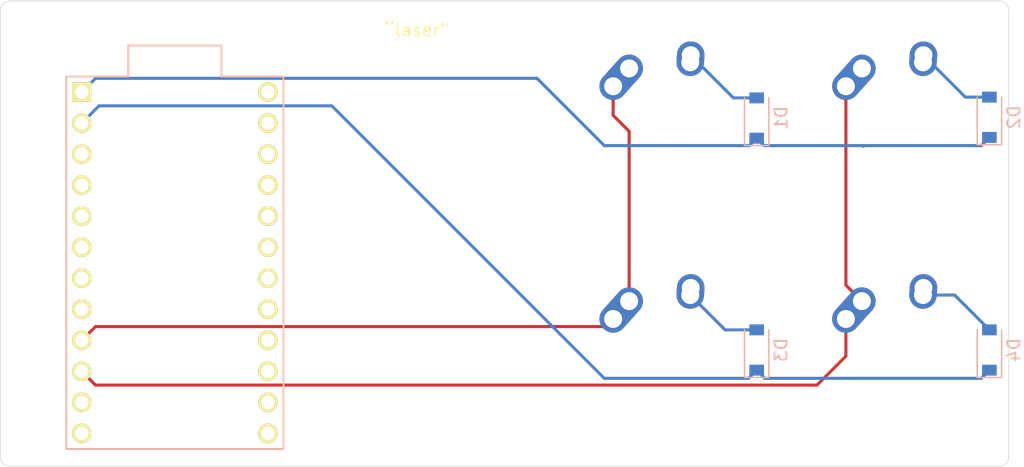
<source format=kicad_pcb>
(kicad_pcb (version 20171130) (host pcbnew "(5.1.10-1-10_14)")

  (general
    (thickness 1.6)
    (drawings 9)
    (tracks 38)
    (zones 0)
    (modules 9)
    (nets 27)
  )

  (page A4)
  (layers
    (0 F.Cu signal)
    (31 B.Cu signal)
    (32 B.Adhes user)
    (33 F.Adhes user)
    (34 B.Paste user)
    (35 F.Paste user)
    (36 B.SilkS user)
    (37 F.SilkS user)
    (38 B.Mask user)
    (39 F.Mask user)
    (40 Dwgs.User user)
    (41 Cmts.User user)
    (42 Eco1.User user)
    (43 Eco2.User user)
    (44 Edge.Cuts user)
    (45 Margin user)
    (46 B.CrtYd user)
    (47 F.CrtYd user)
    (48 B.Fab user)
    (49 F.Fab user)
  )

  (setup
    (last_trace_width 0.25)
    (trace_clearance 0.2)
    (zone_clearance 0.508)
    (zone_45_only no)
    (trace_min 0.2)
    (via_size 0.8)
    (via_drill 0.4)
    (via_min_size 0.4)
    (via_min_drill 0.3)
    (uvia_size 0.3)
    (uvia_drill 0.1)
    (uvias_allowed no)
    (uvia_min_size 0.2)
    (uvia_min_drill 0.1)
    (edge_width 0.05)
    (segment_width 0.2)
    (pcb_text_width 0.3)
    (pcb_text_size 1.5 1.5)
    (mod_edge_width 0.12)
    (mod_text_size 1 1)
    (mod_text_width 0.15)
    (pad_size 1.524 1.524)
    (pad_drill 0.762)
    (pad_to_mask_clearance 0)
    (aux_axis_origin 0 0)
    (visible_elements FFFFFF7F)
    (pcbplotparams
      (layerselection 0x010f0_ffffffff)
      (usegerberextensions true)
      (usegerberattributes true)
      (usegerberadvancedattributes true)
      (creategerberjobfile false)
      (excludeedgelayer true)
      (linewidth 0.100000)
      (plotframeref false)
      (viasonmask false)
      (mode 1)
      (useauxorigin false)
      (hpglpennumber 1)
      (hpglpenspeed 20)
      (hpglpendiameter 15.000000)
      (psnegative false)
      (psa4output false)
      (plotreference true)
      (plotvalue true)
      (plotinvisibletext false)
      (padsonsilk false)
      (subtractmaskfromsilk true)
      (outputformat 1)
      (mirror false)
      (drillshape 0)
      (scaleselection 1)
      (outputdirectory ""))
  )

  (net 0 "")
  (net 1 "Net-(D1-Pad2)")
  (net 2 Row0)
  (net 3 "Net-(D2-Pad2)")
  (net 4 "Net-(D3-Pad2)")
  (net 5 Row1)
  (net 6 "Net-(D4-Pad2)")
  (net 7 Col0)
  (net 8 Col1)
  (net 9 "Net-(U1-Pad24)")
  (net 10 GND)
  (net 11 "Net-(U1-Pad22)")
  (net 12 +5V)
  (net 13 "Net-(U1-Pad20)")
  (net 14 "Net-(U1-Pad19)")
  (net 15 "Net-(U1-Pad18)")
  (net 16 "Net-(U1-Pad17)")
  (net 17 "Net-(U1-Pad16)")
  (net 18 "Net-(U1-Pad15)")
  (net 19 "Net-(U1-Pad14)")
  (net 20 "Net-(U1-Pad13)")
  (net 21 "Net-(U1-Pad12)")
  (net 22 Col2)
  (net 23 Row5)
  (net 24 Row4)
  (net 25 Row3)
  (net 26 Row2)

  (net_class Default "This is the default net class."
    (clearance 0.2)
    (trace_width 0.25)
    (via_dia 0.8)
    (via_drill 0.4)
    (uvia_dia 0.3)
    (uvia_drill 0.1)
    (add_net +5V)
    (add_net Col0)
    (add_net Col1)
    (add_net Col2)
    (add_net GND)
    (add_net "Net-(D1-Pad2)")
    (add_net "Net-(D2-Pad2)")
    (add_net "Net-(D3-Pad2)")
    (add_net "Net-(D4-Pad2)")
    (add_net "Net-(U1-Pad12)")
    (add_net "Net-(U1-Pad13)")
    (add_net "Net-(U1-Pad14)")
    (add_net "Net-(U1-Pad15)")
    (add_net "Net-(U1-Pad16)")
    (add_net "Net-(U1-Pad17)")
    (add_net "Net-(U1-Pad18)")
    (add_net "Net-(U1-Pad19)")
    (add_net "Net-(U1-Pad20)")
    (add_net "Net-(U1-Pad22)")
    (add_net "Net-(U1-Pad24)")
    (add_net Row0)
    (add_net Row1)
    (add_net Row2)
    (add_net Row3)
    (add_net Row4)
    (add_net Row5)
  )

  (module promicro:ProMicro (layer F.Cu) (tedit 5A06A962) (tstamp 61607B43)
    (at 69.85 156.36875 270)
    (descr "Pro Micro footprint")
    (tags "promicro ProMicro")
    (path /61601452)
    (fp_text reference U1 (at 0 -10.16 90) (layer F.SilkS) hide
      (effects (font (size 1 1) (thickness 0.15)))
    )
    (fp_text value ProMicro (at 0 10.16 90) (layer F.Fab)
      (effects (font (size 1 1) (thickness 0.15)))
    )
    (fp_line (start 15.24 -8.89) (end 15.24 8.89) (layer B.SilkS) (width 0.15))
    (fp_line (start 15.24 8.89) (end -15.24 8.89) (layer B.SilkS) (width 0.15))
    (fp_line (start -15.24 8.89) (end -15.24 3.81) (layer B.SilkS) (width 0.15))
    (fp_line (start -15.24 3.81) (end -17.78 3.81) (layer B.SilkS) (width 0.15))
    (fp_line (start -17.78 3.81) (end -17.78 -3.81) (layer B.SilkS) (width 0.15))
    (fp_line (start -17.78 -3.81) (end -15.24 -3.81) (layer B.SilkS) (width 0.15))
    (fp_line (start -15.24 -3.81) (end -15.24 -8.89) (layer B.SilkS) (width 0.15))
    (fp_line (start -15.24 -8.89) (end 15.24 -8.89) (layer B.SilkS) (width 0.15))
    (fp_line (start -15.24 8.89) (end 15.24 8.89) (layer F.SilkS) (width 0.15))
    (fp_line (start -15.24 8.89) (end -15.24 3.81) (layer F.SilkS) (width 0.15))
    (fp_line (start -15.24 3.81) (end -17.78 3.81) (layer F.SilkS) (width 0.15))
    (fp_line (start -17.78 3.81) (end -17.78 -3.81) (layer F.SilkS) (width 0.15))
    (fp_line (start -17.78 -3.81) (end -15.24 -3.81) (layer F.SilkS) (width 0.15))
    (fp_line (start -15.24 -3.81) (end -15.24 -8.89) (layer F.SilkS) (width 0.15))
    (fp_line (start -15.24 -8.89) (end 15.24 -8.89) (layer F.SilkS) (width 0.15))
    (fp_line (start 15.24 -8.89) (end 15.24 8.89) (layer F.SilkS) (width 0.15))
    (pad 24 thru_hole circle (at -13.97 -7.62 270) (size 1.6 1.6) (drill 1.1) (layers *.Cu *.Mask F.SilkS)
      (net 9 "Net-(U1-Pad24)"))
    (pad 23 thru_hole circle (at -11.43 -7.62 270) (size 1.6 1.6) (drill 1.1) (layers *.Cu *.Mask F.SilkS)
      (net 10 GND))
    (pad 22 thru_hole circle (at -8.89 -7.62 270) (size 1.6 1.6) (drill 1.1) (layers *.Cu *.Mask F.SilkS)
      (net 11 "Net-(U1-Pad22)"))
    (pad 21 thru_hole circle (at -6.35 -7.62 270) (size 1.6 1.6) (drill 1.1) (layers *.Cu *.Mask F.SilkS)
      (net 12 +5V))
    (pad 20 thru_hole circle (at -3.81 -7.62 270) (size 1.6 1.6) (drill 1.1) (layers *.Cu *.Mask F.SilkS)
      (net 13 "Net-(U1-Pad20)"))
    (pad 19 thru_hole circle (at -1.27 -7.62 270) (size 1.6 1.6) (drill 1.1) (layers *.Cu *.Mask F.SilkS)
      (net 14 "Net-(U1-Pad19)"))
    (pad 18 thru_hole circle (at 1.27 -7.62 270) (size 1.6 1.6) (drill 1.1) (layers *.Cu *.Mask F.SilkS)
      (net 15 "Net-(U1-Pad18)"))
    (pad 17 thru_hole circle (at 3.81 -7.62 270) (size 1.6 1.6) (drill 1.1) (layers *.Cu *.Mask F.SilkS)
      (net 16 "Net-(U1-Pad17)"))
    (pad 16 thru_hole circle (at 6.35 -7.62 270) (size 1.6 1.6) (drill 1.1) (layers *.Cu *.Mask F.SilkS)
      (net 17 "Net-(U1-Pad16)"))
    (pad 15 thru_hole circle (at 8.89 -7.62 270) (size 1.6 1.6) (drill 1.1) (layers *.Cu *.Mask F.SilkS)
      (net 18 "Net-(U1-Pad15)"))
    (pad 14 thru_hole circle (at 11.43 -7.62 270) (size 1.6 1.6) (drill 1.1) (layers *.Cu *.Mask F.SilkS)
      (net 19 "Net-(U1-Pad14)"))
    (pad 13 thru_hole circle (at 13.97 -7.62 270) (size 1.6 1.6) (drill 1.1) (layers *.Cu *.Mask F.SilkS)
      (net 20 "Net-(U1-Pad13)"))
    (pad 12 thru_hole circle (at 13.97 7.62 270) (size 1.6 1.6) (drill 1.1) (layers *.Cu *.Mask F.SilkS)
      (net 21 "Net-(U1-Pad12)"))
    (pad 11 thru_hole circle (at 11.43 7.62 270) (size 1.6 1.6) (drill 1.1) (layers *.Cu *.Mask F.SilkS)
      (net 22 Col2))
    (pad 10 thru_hole circle (at 8.89 7.62 270) (size 1.6 1.6) (drill 1.1) (layers *.Cu *.Mask F.SilkS)
      (net 8 Col1))
    (pad 9 thru_hole circle (at 6.35 7.62 270) (size 1.6 1.6) (drill 1.1) (layers *.Cu *.Mask F.SilkS)
      (net 7 Col0))
    (pad 8 thru_hole circle (at 3.81 7.62 270) (size 1.6 1.6) (drill 1.1) (layers *.Cu *.Mask F.SilkS)
      (net 23 Row5))
    (pad 7 thru_hole circle (at 1.27 7.62 270) (size 1.6 1.6) (drill 1.1) (layers *.Cu *.Mask F.SilkS)
      (net 24 Row4))
    (pad 6 thru_hole circle (at -1.27 7.62 270) (size 1.6 1.6) (drill 1.1) (layers *.Cu *.Mask F.SilkS)
      (net 25 Row3))
    (pad 5 thru_hole circle (at -3.81 7.62 270) (size 1.6 1.6) (drill 1.1) (layers *.Cu *.Mask F.SilkS)
      (net 26 Row2))
    (pad 4 thru_hole circle (at -6.35 7.62 270) (size 1.6 1.6) (drill 1.1) (layers *.Cu *.Mask F.SilkS)
      (net 10 GND))
    (pad 3 thru_hole circle (at -8.89 7.62 270) (size 1.6 1.6) (drill 1.1) (layers *.Cu *.Mask F.SilkS)
      (net 10 GND))
    (pad 2 thru_hole circle (at -11.43 7.62 270) (size 1.6 1.6) (drill 1.1) (layers *.Cu *.Mask F.SilkS)
      (net 5 Row1))
    (pad 1 thru_hole rect (at -13.97 7.62 270) (size 1.6 1.6) (drill 1.1) (layers *.Cu *.Mask F.SilkS)
      (net 2 Row0))
  )

  (module MX_Alps_Hybrid:MX-1U-NoLED (layer F.Cu) (tedit 5A9F5203) (tstamp 61607B17)
    (at 128.5875 163.5125)
    (path /6160E622)
    (fp_text reference MX4 (at 0 3.175) (layer Dwgs.User)
      (effects (font (size 1 1) (thickness 0.15)))
    )
    (fp_text value MX-NoLED (at 0 -7.9375) (layer Dwgs.User)
      (effects (font (size 1 1) (thickness 0.15)))
    )
    (fp_line (start 5 -7) (end 7 -7) (layer Dwgs.User) (width 0.15))
    (fp_line (start 7 -7) (end 7 -5) (layer Dwgs.User) (width 0.15))
    (fp_line (start 5 7) (end 7 7) (layer Dwgs.User) (width 0.15))
    (fp_line (start 7 7) (end 7 5) (layer Dwgs.User) (width 0.15))
    (fp_line (start -7 5) (end -7 7) (layer Dwgs.User) (width 0.15))
    (fp_line (start -7 7) (end -5 7) (layer Dwgs.User) (width 0.15))
    (fp_line (start -5 -7) (end -7 -7) (layer Dwgs.User) (width 0.15))
    (fp_line (start -7 -7) (end -7 -5) (layer Dwgs.User) (width 0.15))
    (fp_line (start -9.525 -9.525) (end 9.525 -9.525) (layer Dwgs.User) (width 0.15))
    (fp_line (start 9.525 -9.525) (end 9.525 9.525) (layer Dwgs.User) (width 0.15))
    (fp_line (start 9.525 9.525) (end -9.525 9.525) (layer Dwgs.User) (width 0.15))
    (fp_line (start -9.525 9.525) (end -9.525 -9.525) (layer Dwgs.User) (width 0.15))
    (pad "" np_thru_hole circle (at 5.08 0 48.0996) (size 1.75 1.75) (drill 1.75) (layers *.Cu *.Mask))
    (pad "" np_thru_hole circle (at -5.08 0 48.0996) (size 1.75 1.75) (drill 1.75) (layers *.Cu *.Mask))
    (pad 1 thru_hole circle (at -2.5 -4) (size 2.25 2.25) (drill 1.47) (layers *.Cu B.Mask)
      (net 8 Col1))
    (pad "" np_thru_hole circle (at 0 0) (size 3.9878 3.9878) (drill 3.9878) (layers *.Cu *.Mask))
    (pad 1 thru_hole oval (at -3.81 -2.54 48.0996) (size 4.211556 2.25) (drill 1.47 (offset 0.980778 0)) (layers *.Cu B.Mask)
      (net 8 Col1))
    (pad 2 thru_hole circle (at 2.54 -5.08) (size 2.25 2.25) (drill 1.47) (layers *.Cu B.Mask)
      (net 6 "Net-(D4-Pad2)"))
    (pad 2 thru_hole oval (at 2.5 -4.5 86.0548) (size 2.831378 2.25) (drill 1.47 (offset 0.290689 0)) (layers *.Cu B.Mask)
      (net 6 "Net-(D4-Pad2)"))
  )

  (module MX_Alps_Hybrid:MX-1U-NoLED (layer F.Cu) (tedit 5A9F5203) (tstamp 61607B00)
    (at 109.5375 163.5125)
    (path /6160D1DF)
    (fp_text reference MX3 (at 0 3.175) (layer Dwgs.User)
      (effects (font (size 1 1) (thickness 0.15)))
    )
    (fp_text value MX-NoLED (at 0 -7.9375) (layer Dwgs.User)
      (effects (font (size 1 1) (thickness 0.15)))
    )
    (fp_line (start 5 -7) (end 7 -7) (layer Dwgs.User) (width 0.15))
    (fp_line (start 7 -7) (end 7 -5) (layer Dwgs.User) (width 0.15))
    (fp_line (start 5 7) (end 7 7) (layer Dwgs.User) (width 0.15))
    (fp_line (start 7 7) (end 7 5) (layer Dwgs.User) (width 0.15))
    (fp_line (start -7 5) (end -7 7) (layer Dwgs.User) (width 0.15))
    (fp_line (start -7 7) (end -5 7) (layer Dwgs.User) (width 0.15))
    (fp_line (start -5 -7) (end -7 -7) (layer Dwgs.User) (width 0.15))
    (fp_line (start -7 -7) (end -7 -5) (layer Dwgs.User) (width 0.15))
    (fp_line (start -9.525 -9.525) (end 9.525 -9.525) (layer Dwgs.User) (width 0.15))
    (fp_line (start 9.525 -9.525) (end 9.525 9.525) (layer Dwgs.User) (width 0.15))
    (fp_line (start 9.525 9.525) (end -9.525 9.525) (layer Dwgs.User) (width 0.15))
    (fp_line (start -9.525 9.525) (end -9.525 -9.525) (layer Dwgs.User) (width 0.15))
    (pad "" np_thru_hole circle (at 5.08 0 48.0996) (size 1.75 1.75) (drill 1.75) (layers *.Cu *.Mask))
    (pad "" np_thru_hole circle (at -5.08 0 48.0996) (size 1.75 1.75) (drill 1.75) (layers *.Cu *.Mask))
    (pad 1 thru_hole circle (at -2.5 -4) (size 2.25 2.25) (drill 1.47) (layers *.Cu B.Mask)
      (net 7 Col0))
    (pad "" np_thru_hole circle (at 0 0) (size 3.9878 3.9878) (drill 3.9878) (layers *.Cu *.Mask))
    (pad 1 thru_hole oval (at -3.81 -2.54 48.0996) (size 4.211556 2.25) (drill 1.47 (offset 0.980778 0)) (layers *.Cu B.Mask)
      (net 7 Col0))
    (pad 2 thru_hole circle (at 2.54 -5.08) (size 2.25 2.25) (drill 1.47) (layers *.Cu B.Mask)
      (net 4 "Net-(D3-Pad2)"))
    (pad 2 thru_hole oval (at 2.5 -4.5 86.0548) (size 2.831378 2.25) (drill 1.47 (offset 0.290689 0)) (layers *.Cu B.Mask)
      (net 4 "Net-(D3-Pad2)"))
  )

  (module MX_Alps_Hybrid:MX-1U-NoLED (layer F.Cu) (tedit 5A9F5203) (tstamp 61607AE9)
    (at 128.5875 144.4625)
    (path /61607450)
    (fp_text reference MX2 (at 0 3.175) (layer Dwgs.User)
      (effects (font (size 1 1) (thickness 0.15)))
    )
    (fp_text value MX-NoLED (at 0 -7.9375) (layer Dwgs.User)
      (effects (font (size 1 1) (thickness 0.15)))
    )
    (fp_line (start 5 -7) (end 7 -7) (layer Dwgs.User) (width 0.15))
    (fp_line (start 7 -7) (end 7 -5) (layer Dwgs.User) (width 0.15))
    (fp_line (start 5 7) (end 7 7) (layer Dwgs.User) (width 0.15))
    (fp_line (start 7 7) (end 7 5) (layer Dwgs.User) (width 0.15))
    (fp_line (start -7 5) (end -7 7) (layer Dwgs.User) (width 0.15))
    (fp_line (start -7 7) (end -5 7) (layer Dwgs.User) (width 0.15))
    (fp_line (start -5 -7) (end -7 -7) (layer Dwgs.User) (width 0.15))
    (fp_line (start -7 -7) (end -7 -5) (layer Dwgs.User) (width 0.15))
    (fp_line (start -9.525 -9.525) (end 9.525 -9.525) (layer Dwgs.User) (width 0.15))
    (fp_line (start 9.525 -9.525) (end 9.525 9.525) (layer Dwgs.User) (width 0.15))
    (fp_line (start 9.525 9.525) (end -9.525 9.525) (layer Dwgs.User) (width 0.15))
    (fp_line (start -9.525 9.525) (end -9.525 -9.525) (layer Dwgs.User) (width 0.15))
    (pad "" np_thru_hole circle (at 5.08 0 48.0996) (size 1.75 1.75) (drill 1.75) (layers *.Cu *.Mask))
    (pad "" np_thru_hole circle (at -5.08 0 48.0996) (size 1.75 1.75) (drill 1.75) (layers *.Cu *.Mask))
    (pad 1 thru_hole circle (at -2.5 -4) (size 2.25 2.25) (drill 1.47) (layers *.Cu B.Mask)
      (net 8 Col1))
    (pad "" np_thru_hole circle (at 0 0) (size 3.9878 3.9878) (drill 3.9878) (layers *.Cu *.Mask))
    (pad 1 thru_hole oval (at -3.81 -2.54 48.0996) (size 4.211556 2.25) (drill 1.47 (offset 0.980778 0)) (layers *.Cu B.Mask)
      (net 8 Col1))
    (pad 2 thru_hole circle (at 2.54 -5.08) (size 2.25 2.25) (drill 1.47) (layers *.Cu B.Mask)
      (net 3 "Net-(D2-Pad2)"))
    (pad 2 thru_hole oval (at 2.5 -4.5 86.0548) (size 2.831378 2.25) (drill 1.47 (offset 0.290689 0)) (layers *.Cu B.Mask)
      (net 3 "Net-(D2-Pad2)"))
  )

  (module MX_Alps_Hybrid:MX-1U-NoLED (layer F.Cu) (tedit 5A9F5203) (tstamp 61607AD2)
    (at 109.5375 144.4625)
    (path /6160C77D)
    (fp_text reference MX1 (at 0 3.175) (layer Dwgs.User)
      (effects (font (size 1 1) (thickness 0.15)))
    )
    (fp_text value MX-NoLED (at 0 -7.9375) (layer Dwgs.User)
      (effects (font (size 1 1) (thickness 0.15)))
    )
    (fp_line (start 5 -7) (end 7 -7) (layer Dwgs.User) (width 0.15))
    (fp_line (start 7 -7) (end 7 -5) (layer Dwgs.User) (width 0.15))
    (fp_line (start 5 7) (end 7 7) (layer Dwgs.User) (width 0.15))
    (fp_line (start 7 7) (end 7 5) (layer Dwgs.User) (width 0.15))
    (fp_line (start -7 5) (end -7 7) (layer Dwgs.User) (width 0.15))
    (fp_line (start -7 7) (end -5 7) (layer Dwgs.User) (width 0.15))
    (fp_line (start -5 -7) (end -7 -7) (layer Dwgs.User) (width 0.15))
    (fp_line (start -7 -7) (end -7 -5) (layer Dwgs.User) (width 0.15))
    (fp_line (start -9.525 -9.525) (end 9.525 -9.525) (layer Dwgs.User) (width 0.15))
    (fp_line (start 9.525 -9.525) (end 9.525 9.525) (layer Dwgs.User) (width 0.15))
    (fp_line (start 9.525 9.525) (end -9.525 9.525) (layer Dwgs.User) (width 0.15))
    (fp_line (start -9.525 9.525) (end -9.525 -9.525) (layer Dwgs.User) (width 0.15))
    (pad "" np_thru_hole circle (at 5.08 0 48.0996) (size 1.75 1.75) (drill 1.75) (layers *.Cu *.Mask))
    (pad "" np_thru_hole circle (at -5.08 0 48.0996) (size 1.75 1.75) (drill 1.75) (layers *.Cu *.Mask))
    (pad 1 thru_hole circle (at -2.5 -4) (size 2.25 2.25) (drill 1.47) (layers *.Cu B.Mask)
      (net 7 Col0))
    (pad "" np_thru_hole circle (at 0 0) (size 3.9878 3.9878) (drill 3.9878) (layers *.Cu *.Mask))
    (pad 1 thru_hole oval (at -3.81 -2.54 48.0996) (size 4.211556 2.25) (drill 1.47 (offset 0.980778 0)) (layers *.Cu B.Mask)
      (net 7 Col0))
    (pad 2 thru_hole circle (at 2.54 -5.08) (size 2.25 2.25) (drill 1.47) (layers *.Cu B.Mask)
      (net 1 "Net-(D1-Pad2)"))
    (pad 2 thru_hole oval (at 2.5 -4.5 86.0548) (size 2.831378 2.25) (drill 1.47 (offset 0.290689 0)) (layers *.Cu B.Mask)
      (net 1 "Net-(D1-Pad2)"))
  )

  (module Diode_SMD:D_SOD-123 (layer B.Cu) (tedit 58645DC7) (tstamp 61607ABB)
    (at 136.525 163.5125 90)
    (descr SOD-123)
    (tags SOD-123)
    (path /6160E628)
    (attr smd)
    (fp_text reference D4 (at 0 2 90) (layer B.SilkS)
      (effects (font (size 1 1) (thickness 0.15)) (justify mirror))
    )
    (fp_text value D_Small (at 0 -2.1 90) (layer B.Fab)
      (effects (font (size 1 1) (thickness 0.15)) (justify mirror))
    )
    (fp_text user %R (at 0 2 90) (layer B.Fab)
      (effects (font (size 1 1) (thickness 0.15)) (justify mirror))
    )
    (fp_line (start -2.25 1) (end -2.25 -1) (layer B.SilkS) (width 0.12))
    (fp_line (start 0.25 0) (end 0.75 0) (layer B.Fab) (width 0.1))
    (fp_line (start 0.25 -0.4) (end -0.35 0) (layer B.Fab) (width 0.1))
    (fp_line (start 0.25 0.4) (end 0.25 -0.4) (layer B.Fab) (width 0.1))
    (fp_line (start -0.35 0) (end 0.25 0.4) (layer B.Fab) (width 0.1))
    (fp_line (start -0.35 0) (end -0.35 -0.55) (layer B.Fab) (width 0.1))
    (fp_line (start -0.35 0) (end -0.35 0.55) (layer B.Fab) (width 0.1))
    (fp_line (start -0.75 0) (end -0.35 0) (layer B.Fab) (width 0.1))
    (fp_line (start -1.4 -0.9) (end -1.4 0.9) (layer B.Fab) (width 0.1))
    (fp_line (start 1.4 -0.9) (end -1.4 -0.9) (layer B.Fab) (width 0.1))
    (fp_line (start 1.4 0.9) (end 1.4 -0.9) (layer B.Fab) (width 0.1))
    (fp_line (start -1.4 0.9) (end 1.4 0.9) (layer B.Fab) (width 0.1))
    (fp_line (start -2.35 1.15) (end 2.35 1.15) (layer B.CrtYd) (width 0.05))
    (fp_line (start 2.35 1.15) (end 2.35 -1.15) (layer B.CrtYd) (width 0.05))
    (fp_line (start 2.35 -1.15) (end -2.35 -1.15) (layer B.CrtYd) (width 0.05))
    (fp_line (start -2.35 1.15) (end -2.35 -1.15) (layer B.CrtYd) (width 0.05))
    (fp_line (start -2.25 -1) (end 1.65 -1) (layer B.SilkS) (width 0.12))
    (fp_line (start -2.25 1) (end 1.65 1) (layer B.SilkS) (width 0.12))
    (pad 2 smd rect (at 1.65 0 90) (size 0.9 1.2) (layers B.Cu B.Paste B.Mask)
      (net 6 "Net-(D4-Pad2)"))
    (pad 1 smd rect (at -1.65 0 90) (size 0.9 1.2) (layers B.Cu B.Paste B.Mask)
      (net 5 Row1))
    (model ${KISYS3DMOD}/Diode_SMD.3dshapes/D_SOD-123.wrl
      (at (xyz 0 0 0))
      (scale (xyz 1 1 1))
      (rotate (xyz 0 0 0))
    )
  )

  (module Diode_SMD:D_SOD-123 (layer B.Cu) (tedit 58645DC7) (tstamp 61607AA2)
    (at 117.475 163.5125 90)
    (descr SOD-123)
    (tags SOD-123)
    (path /6160D1E5)
    (attr smd)
    (fp_text reference D3 (at 0 2 90) (layer B.SilkS)
      (effects (font (size 1 1) (thickness 0.15)) (justify mirror))
    )
    (fp_text value D_Small (at 0 -2.1 90) (layer B.Fab)
      (effects (font (size 1 1) (thickness 0.15)) (justify mirror))
    )
    (fp_text user %R (at 0 2 90) (layer B.Fab)
      (effects (font (size 1 1) (thickness 0.15)) (justify mirror))
    )
    (fp_line (start -2.25 1) (end -2.25 -1) (layer B.SilkS) (width 0.12))
    (fp_line (start 0.25 0) (end 0.75 0) (layer B.Fab) (width 0.1))
    (fp_line (start 0.25 -0.4) (end -0.35 0) (layer B.Fab) (width 0.1))
    (fp_line (start 0.25 0.4) (end 0.25 -0.4) (layer B.Fab) (width 0.1))
    (fp_line (start -0.35 0) (end 0.25 0.4) (layer B.Fab) (width 0.1))
    (fp_line (start -0.35 0) (end -0.35 -0.55) (layer B.Fab) (width 0.1))
    (fp_line (start -0.35 0) (end -0.35 0.55) (layer B.Fab) (width 0.1))
    (fp_line (start -0.75 0) (end -0.35 0) (layer B.Fab) (width 0.1))
    (fp_line (start -1.4 -0.9) (end -1.4 0.9) (layer B.Fab) (width 0.1))
    (fp_line (start 1.4 -0.9) (end -1.4 -0.9) (layer B.Fab) (width 0.1))
    (fp_line (start 1.4 0.9) (end 1.4 -0.9) (layer B.Fab) (width 0.1))
    (fp_line (start -1.4 0.9) (end 1.4 0.9) (layer B.Fab) (width 0.1))
    (fp_line (start -2.35 1.15) (end 2.35 1.15) (layer B.CrtYd) (width 0.05))
    (fp_line (start 2.35 1.15) (end 2.35 -1.15) (layer B.CrtYd) (width 0.05))
    (fp_line (start 2.35 -1.15) (end -2.35 -1.15) (layer B.CrtYd) (width 0.05))
    (fp_line (start -2.35 1.15) (end -2.35 -1.15) (layer B.CrtYd) (width 0.05))
    (fp_line (start -2.25 -1) (end 1.65 -1) (layer B.SilkS) (width 0.12))
    (fp_line (start -2.25 1) (end 1.65 1) (layer B.SilkS) (width 0.12))
    (pad 2 smd rect (at 1.65 0 90) (size 0.9 1.2) (layers B.Cu B.Paste B.Mask)
      (net 4 "Net-(D3-Pad2)"))
    (pad 1 smd rect (at -1.65 0 90) (size 0.9 1.2) (layers B.Cu B.Paste B.Mask)
      (net 5 Row1))
    (model ${KISYS3DMOD}/Diode_SMD.3dshapes/D_SOD-123.wrl
      (at (xyz 0 0 0))
      (scale (xyz 1 1 1))
      (rotate (xyz 0 0 0))
    )
  )

  (module Diode_SMD:D_SOD-123 (layer B.Cu) (tedit 58645DC7) (tstamp 61607A89)
    (at 136.525 144.4625 90)
    (descr SOD-123)
    (tags SOD-123)
    (path /616086C7)
    (attr smd)
    (fp_text reference D2 (at 0 2 90) (layer B.SilkS)
      (effects (font (size 1 1) (thickness 0.15)) (justify mirror))
    )
    (fp_text value D_Small (at 0 -2.1 90) (layer B.Fab)
      (effects (font (size 1 1) (thickness 0.15)) (justify mirror))
    )
    (fp_text user %R (at 0 2 90) (layer B.Fab)
      (effects (font (size 1 1) (thickness 0.15)) (justify mirror))
    )
    (fp_line (start -2.25 1) (end -2.25 -1) (layer B.SilkS) (width 0.12))
    (fp_line (start 0.25 0) (end 0.75 0) (layer B.Fab) (width 0.1))
    (fp_line (start 0.25 -0.4) (end -0.35 0) (layer B.Fab) (width 0.1))
    (fp_line (start 0.25 0.4) (end 0.25 -0.4) (layer B.Fab) (width 0.1))
    (fp_line (start -0.35 0) (end 0.25 0.4) (layer B.Fab) (width 0.1))
    (fp_line (start -0.35 0) (end -0.35 -0.55) (layer B.Fab) (width 0.1))
    (fp_line (start -0.35 0) (end -0.35 0.55) (layer B.Fab) (width 0.1))
    (fp_line (start -0.75 0) (end -0.35 0) (layer B.Fab) (width 0.1))
    (fp_line (start -1.4 -0.9) (end -1.4 0.9) (layer B.Fab) (width 0.1))
    (fp_line (start 1.4 -0.9) (end -1.4 -0.9) (layer B.Fab) (width 0.1))
    (fp_line (start 1.4 0.9) (end 1.4 -0.9) (layer B.Fab) (width 0.1))
    (fp_line (start -1.4 0.9) (end 1.4 0.9) (layer B.Fab) (width 0.1))
    (fp_line (start -2.35 1.15) (end 2.35 1.15) (layer B.CrtYd) (width 0.05))
    (fp_line (start 2.35 1.15) (end 2.35 -1.15) (layer B.CrtYd) (width 0.05))
    (fp_line (start 2.35 -1.15) (end -2.35 -1.15) (layer B.CrtYd) (width 0.05))
    (fp_line (start -2.35 1.15) (end -2.35 -1.15) (layer B.CrtYd) (width 0.05))
    (fp_line (start -2.25 -1) (end 1.65 -1) (layer B.SilkS) (width 0.12))
    (fp_line (start -2.25 1) (end 1.65 1) (layer B.SilkS) (width 0.12))
    (pad 2 smd rect (at 1.65 0 90) (size 0.9 1.2) (layers B.Cu B.Paste B.Mask)
      (net 3 "Net-(D2-Pad2)"))
    (pad 1 smd rect (at -1.65 0 90) (size 0.9 1.2) (layers B.Cu B.Paste B.Mask)
      (net 2 Row0))
    (model ${KISYS3DMOD}/Diode_SMD.3dshapes/D_SOD-123.wrl
      (at (xyz 0 0 0))
      (scale (xyz 1 1 1))
      (rotate (xyz 0 0 0))
    )
  )

  (module Diode_SMD:D_SOD-123 (layer B.Cu) (tedit 58645DC7) (tstamp 61607A70)
    (at 117.475 144.525 90)
    (descr SOD-123)
    (tags SOD-123)
    (path /6160C783)
    (attr smd)
    (fp_text reference D1 (at 0 2 270) (layer B.SilkS)
      (effects (font (size 1 1) (thickness 0.15)) (justify mirror))
    )
    (fp_text value D_Small (at 0 -2.1 270) (layer B.Fab)
      (effects (font (size 1 1) (thickness 0.15)) (justify mirror))
    )
    (fp_text user %R (at 0 2 270) (layer B.Fab)
      (effects (font (size 1 1) (thickness 0.15)) (justify mirror))
    )
    (fp_line (start -2.25 1) (end -2.25 -1) (layer B.SilkS) (width 0.12))
    (fp_line (start 0.25 0) (end 0.75 0) (layer B.Fab) (width 0.1))
    (fp_line (start 0.25 -0.4) (end -0.35 0) (layer B.Fab) (width 0.1))
    (fp_line (start 0.25 0.4) (end 0.25 -0.4) (layer B.Fab) (width 0.1))
    (fp_line (start -0.35 0) (end 0.25 0.4) (layer B.Fab) (width 0.1))
    (fp_line (start -0.35 0) (end -0.35 -0.55) (layer B.Fab) (width 0.1))
    (fp_line (start -0.35 0) (end -0.35 0.55) (layer B.Fab) (width 0.1))
    (fp_line (start -0.75 0) (end -0.35 0) (layer B.Fab) (width 0.1))
    (fp_line (start -1.4 -0.9) (end -1.4 0.9) (layer B.Fab) (width 0.1))
    (fp_line (start 1.4 -0.9) (end -1.4 -0.9) (layer B.Fab) (width 0.1))
    (fp_line (start 1.4 0.9) (end 1.4 -0.9) (layer B.Fab) (width 0.1))
    (fp_line (start -1.4 0.9) (end 1.4 0.9) (layer B.Fab) (width 0.1))
    (fp_line (start -2.35 1.15) (end 2.35 1.15) (layer B.CrtYd) (width 0.05))
    (fp_line (start 2.35 1.15) (end 2.35 -1.15) (layer B.CrtYd) (width 0.05))
    (fp_line (start 2.35 -1.15) (end -2.35 -1.15) (layer B.CrtYd) (width 0.05))
    (fp_line (start -2.35 1.15) (end -2.35 -1.15) (layer B.CrtYd) (width 0.05))
    (fp_line (start -2.25 -1) (end 1.65 -1) (layer B.SilkS) (width 0.12))
    (fp_line (start -2.25 1) (end 1.65 1) (layer B.SilkS) (width 0.12))
    (pad 2 smd rect (at 1.65 0 90) (size 0.9 1.2) (layers B.Cu B.Paste B.Mask)
      (net 1 "Net-(D1-Pad2)"))
    (pad 1 smd rect (at -1.65 0 90) (size 0.9 1.2) (layers B.Cu B.Paste B.Mask)
      (net 2 Row0))
    (model ${KISYS3DMOD}/Diode_SMD.3dshapes/D_SOD-123.wrl
      (at (xyz 0 0 0))
      (scale (xyz 1 1 1))
      (rotate (xyz 0 0 0))
    )
  )

  (gr_text “laser” (at 89.69375 137.31875) (layer F.SilkS)
    (effects (font (size 1 1) (thickness 0.15)))
  )
  (gr_line (start 55.5625 172.24375) (end 55.5625 135.73125) (layer Edge.Cuts) (width 0.05) (tstamp 61608314))
  (gr_arc (start 56.35625 172.24375) (end 55.5625 172.24375) (angle -90) (layer Edge.Cuts) (width 0.05))
  (gr_line (start 137.31875 173.0375) (end 56.35625 173.0375) (layer Edge.Cuts) (width 0.05))
  (gr_arc (start 56.35625 135.73125) (end 56.35625 134.9375) (angle -90) (layer Edge.Cuts) (width 0.05))
  (gr_line (start 137.31875 134.9375) (end 56.35625 134.9375) (layer Edge.Cuts) (width 0.05))
  (gr_line (start 138.1125 135.73125) (end 138.1125 172.24375) (layer Edge.Cuts) (width 0.05) (tstamp 61608313))
  (gr_arc (start 137.31875 172.24375) (end 137.31875 173.0375) (angle -90) (layer Edge.Cuts) (width 0.05))
  (gr_arc (start 137.31875 135.73125) (end 138.1125 135.73125) (angle -90) (layer Edge.Cuts) (width 0.05))

  (segment (start 115.57 142.875) (end 112.0775 139.3825) (width 0.25) (layer B.Cu) (net 1))
  (segment (start 117.475 142.875) (end 115.57 142.875) (width 0.25) (layer B.Cu) (net 1))
  (segment (start 136.525 146.1125) (end 135.856099 146.781401) (width 0.25) (layer B.Cu) (net 2))
  (segment (start 126.143901 146.781401) (end 126.20625 146.84375) (width 0.25) (layer B.Cu) (net 2))
  (segment (start 135.856099 146.781401) (end 126.143901 146.781401) (width 0.25) (layer B.Cu) (net 2))
  (segment (start 118.081401 146.781401) (end 117.475 146.175) (width 0.25) (layer B.Cu) (net 2))
  (segment (start 126.143901 146.781401) (end 118.081401 146.781401) (width 0.25) (layer B.Cu) (net 2))
  (segment (start 116.868599 146.781401) (end 117.475 146.175) (width 0.25) (layer B.Cu) (net 2))
  (segment (start 105.000399 146.781401) (end 116.868599 146.781401) (width 0.25) (layer B.Cu) (net 2))
  (segment (start 99.492747 141.273749) (end 105.000399 146.781401) (width 0.25) (layer B.Cu) (net 2))
  (segment (start 63.355001 141.273749) (end 99.492747 141.273749) (width 0.25) (layer B.Cu) (net 2))
  (segment (start 62.23 142.39875) (end 63.355001 141.273749) (width 0.25) (layer B.Cu) (net 2))
  (segment (start 134.5575 142.8125) (end 131.1275 139.3825) (width 0.25) (layer B.Cu) (net 3))
  (segment (start 136.525 142.8125) (end 134.5575 142.8125) (width 0.25) (layer B.Cu) (net 3))
  (segment (start 114.8875 161.8625) (end 112.0375 159.0125) (width 0.25) (layer B.Cu) (net 4))
  (segment (start 117.475 161.8625) (end 114.8875 161.8625) (width 0.25) (layer B.Cu) (net 4))
  (segment (start 118.143901 165.831401) (end 117.475 165.1625) (width 0.25) (layer B.Cu) (net 5))
  (segment (start 135.856099 165.831401) (end 118.143901 165.831401) (width 0.25) (layer B.Cu) (net 5))
  (segment (start 136.525 165.1625) (end 135.856099 165.831401) (width 0.25) (layer B.Cu) (net 5))
  (segment (start 116.806099 165.831401) (end 117.475 165.1625) (width 0.25) (layer B.Cu) (net 5))
  (segment (start 82.692749 143.523751) (end 105.000399 165.831401) (width 0.25) (layer B.Cu) (net 5))
  (segment (start 105.000399 165.831401) (end 116.806099 165.831401) (width 0.25) (layer B.Cu) (net 5))
  (segment (start 63.644999 143.523751) (end 82.692749 143.523751) (width 0.25) (layer B.Cu) (net 5))
  (segment (start 62.23 144.93875) (end 63.644999 143.523751) (width 0.25) (layer B.Cu) (net 5))
  (segment (start 133.675 159.0125) (end 136.525 161.8625) (width 0.25) (layer B.Cu) (net 6))
  (segment (start 131.0875 159.0125) (end 133.675 159.0125) (width 0.25) (layer B.Cu) (net 6))
  (segment (start 105.106251 161.593749) (end 105.7275 160.9725) (width 0.25) (layer F.Cu) (net 7))
  (segment (start 105.7275 141.9225) (end 105.7275 144.30375) (width 0.25) (layer F.Cu) (net 7))
  (segment (start 105.7275 144.30375) (end 107.0375 145.61375) (width 0.25) (layer F.Cu) (net 7))
  (segment (start 107.0375 145.61375) (end 107.0375 159.5125) (width 0.25) (layer F.Cu) (net 7))
  (segment (start 63.355001 161.593749) (end 105.106251 161.593749) (width 0.25) (layer F.Cu) (net 7))
  (segment (start 62.23 162.71875) (end 63.355001 161.593749) (width 0.25) (layer F.Cu) (net 7))
  (segment (start 124.7775 164.018502) (end 124.7775 160.9725) (width 0.25) (layer F.Cu) (net 8))
  (segment (start 122.412251 166.383751) (end 124.7775 164.018502) (width 0.25) (layer F.Cu) (net 8))
  (segment (start 62.23 165.25875) (end 63.355001 166.383751) (width 0.25) (layer F.Cu) (net 8))
  (segment (start 63.355001 166.383751) (end 122.412251 166.383751) (width 0.25) (layer F.Cu) (net 8))
  (segment (start 124.7775 141.9225) (end 124.7775 158.2025) (width 0.25) (layer F.Cu) (net 8))
  (segment (start 124.7775 158.2025) (end 126.0875 159.5125) (width 0.25) (layer F.Cu) (net 8))

)

</source>
